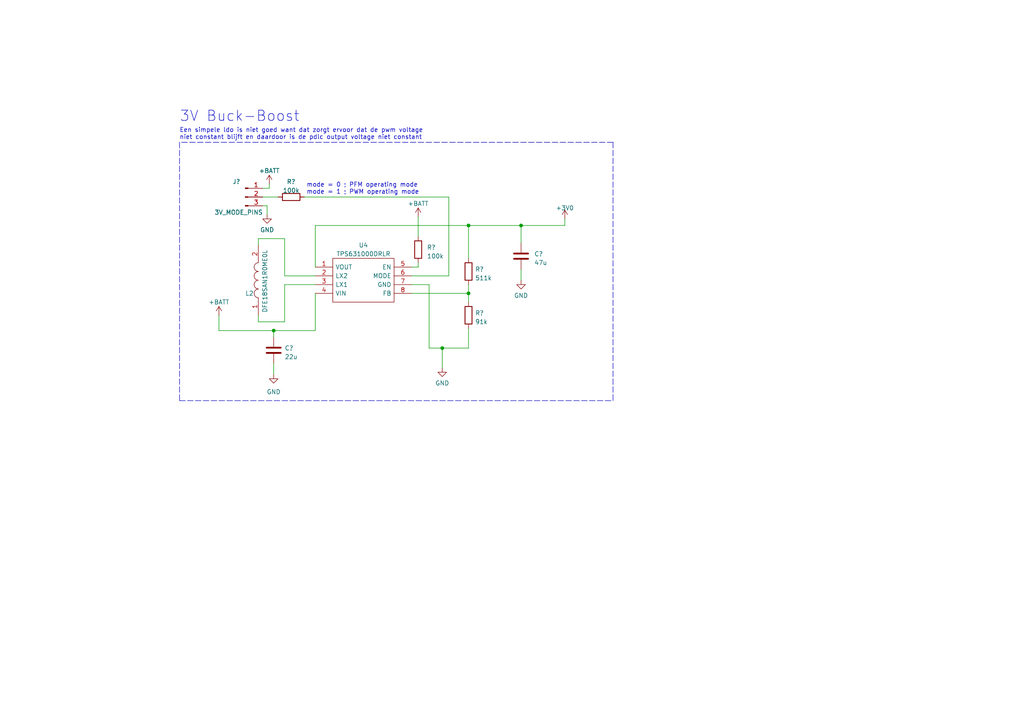
<source format=kicad_sch>
(kicad_sch (version 20230121) (generator eeschema)
  (paper "A4")
  (lib_symbols
    (symbol "Connector:Conn_01x03_Pin" (pin_names (offset 1.016) hide)
      (property "Reference" "J" (at 0 5.08 0))
      (property "Value" "Conn_01x03_Pin" (at 0 -5.08 0))
      (symbol "Conn_01x03_Pin_1_1"
        (polyline (pts (xy 1.27 -2.54) (xy 0.8636 -2.54)) (stroke (width 0.1524)))
        (polyline (pts (xy 1.27 0) (xy 0.8636 0)) (stroke (width 0.1524)))
        (polyline (pts (xy 1.27 2.54) (xy 0.8636 2.54)) (stroke (width 0.1524)))
        (rectangle (start 0.8636 -2.413) (end 0 -2.667) (stroke (width 0.1524)) (fill (type outline)))
        (rectangle (start 0.8636 0.127) (end 0 -0.127) (stroke (width 0.1524)) (fill (type outline)))
        (rectangle (start 0.8636 2.667) (end 0 2.413) (stroke (width 0.1524)) (fill (type outline)))
        (pin passive line (at 5.08 2.54 180) (length 3.81) (name "Pin_1") (number "1"))
        (pin passive line (at 5.08 0 180) (length 3.81) (name "Pin_2") (number "2"))
        (pin passive line (at 5.08 -2.54 180) (length 3.81) (name "Pin_3") (number "3"))
      )
    )
    (symbol "CustomSymbols:DFE18SAN1R0ME0L" (pin_names (offset 0.762))
      (property "Reference" "L" (at 16.51 6.35 0))
      (property "Value" "DFE18SAN1R0ME0L" (at 16.51 3.81 0))
      (symbol "DFE18SAN1R0ME0L_0_0"
        (pin passive line (at 0 0 0) (length 5.08) (name "~") (number "1"))
        (pin passive line (at 20.32 0 180) (length 5.08) (name "~") (number "2"))
      )
      (symbol "DFE18SAN1R0ME0L_0_1"
        (arc (start 7.62 0) (mid 6.35 1.2202) (end 5.08 0) (stroke (width 0.1524)))
        (arc (start 10.16 0) (mid 8.89 1.2202) (end 7.62 0) (stroke (width 0.1524)))
        (arc (start 12.7 0) (mid 11.43 1.2202) (end 10.16 0) (stroke (width 0.1524)))
        (arc (start 15.24 0) (mid 13.97 1.2202) (end 12.7 0) (stroke (width 0.1524)))
      )
    )
    (symbol "CustomSymbols:TPS631000DRLR" (pin_names (offset 0.762))
      (property "Reference" "U" (at 24.13 7.62 0))
      (property "Value" "TPS631000DRLR" (at 24.13 5.08 0))
      (symbol "TPS631000DRLR_0_0"
        (pin passive line (at 0 0 0) (length 5.08) (name "VOUT") (number "1"))
        (pin passive line (at 0 -2.54 0) (length 5.08) (name "LX2") (number "2"))
        (pin passive line (at 0 -5.08 0) (length 5.08) (name "LX1") (number "3"))
        (pin passive line (at 0 -7.62 0) (length 5.08) (name "VIN") (number "4"))
        (pin passive line (at 27.94 0 180) (length 5.08) (name "EN") (number "5"))
        (pin passive line (at 27.94 -2.54 180) (length 5.08) (name "MODE") (number "6"))
        (pin passive line (at 27.94 -5.08 180) (length 5.08) (name "GND") (number "7"))
        (pin passive line (at 27.94 -7.62 180) (length 5.08) (name "FB") (number "8"))
      )
      (symbol "TPS631000DRLR_0_1"
        (polyline (pts (xy 5.08 2.54) (xy 22.86 2.54) (xy 22.86 -10.16) (xy 5.08 -10.16) (xy 5.08 2.54)) (stroke (width 0.1524)))
      )
    )
    (symbol "Device:C" (pin_numbers hide) (pin_names (offset 0.254))
      (property "Reference" "C" (at 0.635 2.54 0))
      (property "Value" "C" (at 0.635 -2.54 0))
      (symbol "C_0_1"
        (polyline (pts (xy -2.032 -0.762) (xy 2.032 -0.762)) (stroke (width 0.508)))
        (polyline (pts (xy -2.032 0.762) (xy 2.032 0.762)) (stroke (width 0.508)))
      )
      (symbol "C_1_1"
        (pin passive line (at 0 3.81 270) (length 2.794) (name "~") (number "1"))
        (pin passive line (at 0 -3.81 90) (length 2.794) (name "~") (number "2"))
      )
    )
    (symbol "Device:R" (pin_numbers hide) (pin_names (offset 0))
      (property "Reference" "R" (at 2.032 0 90))
      (property "Value" "R" (at 0 0 90))
      (symbol "R_0_1"
        (rectangle (start -1.016 -2.54) (end 1.016 2.54) (stroke (width 0.254)))
      )
      (symbol "R_1_1"
        (pin passive line (at 0 3.81 270) (length 1.27) (name "~") (number "1"))
        (pin passive line (at 0 -3.81 90) (length 1.27) (name "~") (number "2"))
      )
    )
    (symbol "power:+3V0" (power) (pin_names (offset 0))
      (property "Value" "+3V0" (at 0 3.556 0))
      (symbol "+3V0_0_1"
        (polyline (pts (xy -0.762 1.27) (xy 0 2.54)))
        (polyline (pts (xy 0 0) (xy 0 2.54)))
        (polyline (pts (xy 0 2.54) (xy 0.762 1.27)))
      )
      (symbol "+3V0_1_1"
        (pin power_in line (at 0 0 90) (length 0) hide (name "+3V0") (number "1"))
      )
    )
    (symbol "power:+BATT" (power) (pin_names (offset 0))
      (property "Value" "+BATT" (at 0 3.556 0))
      (symbol "+BATT_0_1"
        (polyline (pts (xy -0.762 1.27) (xy 0 2.54)))
        (polyline (pts (xy 0 0) (xy 0 2.54)))
        (polyline (pts (xy 0 2.54) (xy 0.762 1.27)))
      )
      (symbol "+BATT_1_1"
        (pin power_in line (at 0 0 90) (length 0) hide (name "+BATT") (number "1"))
      )
    )
    (symbol "power:GND" (power) (pin_names (offset 0))
      (property "Value" "GND" (at 0 -3.81 0))
      (symbol "GND_0_1"
        (polyline (pts (xy 0 0) (xy 0 -1.27) (xy 1.27 -1.27) (xy 0 -2.54) (xy -1.27 -1.27) (xy 0 -1.27)))
      )
      (symbol "GND_1_1"
        (pin power_in line (at 0 0 270) (length 0) hide (name "GND") (number "1"))
      )
    )
  )
  (junction (at 151.13 65.405))
  (junction (at 135.89 85.09))
  (junction (at 128.27 100.965))
  (junction (at 79.375 95.885))
  (junction (at 135.89 65.405))
  (wire (pts (xy 121.285 77.47) (xy 119.38 77.47)))
  (wire (pts (xy 63.5 91.44) (xy 63.5 95.885)))
  (wire (pts (xy 74.93 91.44) (xy 74.93 93.345)))
  (polyline (pts (xy 177.8 41.275) (xy 52.07 41.275)) (stroke (width 0) (type dash)))
  (polyline (pts (xy 52.07 116.205) (xy 177.8 116.205)) (stroke (width 0) (type dash)))
  (wire (pts (xy 119.38 85.09) (xy 135.89 85.09)))
  (wire (pts (xy 82.55 93.345) (xy 74.93 93.345)))
  (wire (pts (xy 124.46 100.965) (xy 128.27 100.965)))
  (wire (pts (xy 76.2 59.69) (xy 77.47 59.69)))
  (polyline (pts (xy 177.8 41.275) (xy 177.8 116.205)) (stroke (width 0) (type dash)))
  (wire (pts (xy 91.44 95.885) (xy 79.375 95.885)))
  (wire (pts (xy 163.83 63.5) (xy 163.83 65.405)))
  (wire (pts (xy 91.44 80.01) (xy 82.55 80.01)))
  (wire (pts (xy 151.13 65.405) (xy 163.83 65.405)))
  (wire (pts (xy 124.46 82.55) (xy 124.46 100.965)))
  (wire (pts (xy 82.55 69.215) (xy 74.93 69.215)))
  (wire (pts (xy 135.89 100.965) (xy 135.89 95.25)))
  (wire (pts (xy 135.89 82.55) (xy 135.89 85.09)))
  (wire (pts (xy 128.27 100.965) (xy 135.89 100.965)))
  (wire (pts (xy 128.27 100.965) (xy 128.27 106.68)))
  (wire (pts (xy 74.93 69.215) (xy 74.93 71.12)))
  (wire (pts (xy 79.375 95.885) (xy 79.375 97.79)))
  (wire (pts (xy 135.89 65.405) (xy 135.89 74.93)))
  (wire (pts (xy 82.55 80.01) (xy 82.55 69.215)))
  (wire (pts (xy 91.44 85.09) (xy 91.44 95.885)))
  (wire (pts (xy 76.2 57.15) (xy 80.645 57.15)))
  (wire (pts (xy 135.89 85.09) (xy 135.89 87.63)))
  (wire (pts (xy 121.285 62.865) (xy 121.285 68.58)))
  (wire (pts (xy 151.13 65.405) (xy 151.13 70.485)))
  (wire (pts (xy 79.375 105.41) (xy 79.375 108.585)))
  (wire (pts (xy 119.38 82.55) (xy 124.46 82.55)))
  (wire (pts (xy 151.13 81.28) (xy 151.13 78.105)))
  (wire (pts (xy 121.285 76.2) (xy 121.285 77.47)))
  (polyline (pts (xy 52.07 41.275) (xy 52.07 116.205)) (stroke (width 0) (type dash)))
  (wire (pts (xy 79.375 95.885) (xy 63.5 95.885)))
  (wire (pts (xy 91.44 65.405) (xy 135.89 65.405)))
  (wire (pts (xy 82.55 82.55) (xy 82.55 93.345)))
  (wire (pts (xy 78.105 53.34) (xy 78.105 54.61)))
  (wire (pts (xy 91.44 82.55) (xy 82.55 82.55)))
  (wire (pts (xy 130.175 80.01) (xy 119.38 80.01)))
  (wire (pts (xy 78.105 54.61) (xy 76.2 54.61)))
  (wire (pts (xy 88.265 57.15) (xy 130.175 57.15)))
  (wire (pts (xy 77.47 59.69) (xy 77.47 62.23)))
  (wire (pts (xy 130.175 57.15) (xy 130.175 80.01)))
  (wire (pts (xy 91.44 65.405) (xy 91.44 77.47)))
  (wire (pts (xy 135.89 65.405) (xy 151.13 65.405)))
  (text "3V Buck-Boost" (at 52.07 35.56 0) (effects (font (size 3 3)) (justify left bottom)))
  (text "Een simpele ldo is niet goed want dat zorgt ervoor dat de pwm voltage \nniet constant blijft en daardoor is de pdlc output voltage niet constant" (at 52.07 40.64 0) (effects (font (size 1.27 1.27)) (justify left bottom)))
  (text "mode = 0 ; PFM operating mode\nmode = 1 ; PWM operating mode" (at 88.9 56.515 0) (effects (font (size 1.27 1.27)) (justify left bottom)))
  (symbol (lib_id "power:GND") (at 79.375 108.585 0) (unit 1)
    (property "Reference" "#PWR?" (effects hide))
    (property "Value" "GND" (at 79.375 113.665 0))
    (instances (project "RookBril" (path "" (reference "#PWR?") (unit 1)) (path "" (reference "#PWR053") (unit 1))))
  )
  (symbol (lib_id "Connector:Conn_01x03_Pin") (at 71.12 57.15 0) (unit 1)
    (property "Reference" "J?" (at 68.58 52.705 0))
    (property "Value" "3V_MODE_PINS" (at 69.215 61.595 0))
    (property "Footprint" "Connector_PinHeader_2.54mm:PinHeader_1x03_P2.54mm_Vertical" (effects hide))
    (instances (project "RookBril" (path "" (reference "J?") (unit 1)) (path "" (reference "J13") (unit 1))))
  )
  (symbol (lib_id "power:+BATT") (at 63.5 91.44 0) (unit 1)
    (property "Reference" "#PWR?" (effects hide))
    (property "Value" "+BATT" (at 63.5 87.63 0))
    (instances (project "RookBril" (path "" (reference "#PWR?") (unit 1)) (path "" (reference "#PWR051") (unit 1))))
  )
  (symbol (lib_id "Device:R") (at 84.455 57.15 90) (unit 1)
    (property "Reference" "R?" (at 84.455 52.705 90))
    (property "Value" "100k" (at 84.455 55.245 90))
    (property "Footprint" "Resistor_SMD:R_0805_2012Metric_Pad1.20x1.40mm_HandSolder" (effects hide))
    (instances (project "RookBril" (path "" (reference "R?") (unit 1)) (path "" (reference "R14") (unit 1))))
  )
  (symbol (lib_id "power:+BATT") (at 121.285 62.865 0) (unit 1)
    (property "Reference" "#PWR?" (effects hide))
    (property "Value" "+BATT" (at 121.285 59.055 0))
    (instances (project "RookBril" (path "" (reference "#PWR?") (unit 1)) (path "" (reference "#PWR048") (unit 1))))
  )
  (symbol (lib_id "CustomSymbols:DFE18SAN1R0ME0L") (at 74.93 91.44 90) (unit 1)
    (property "Reference" "L2" (at 71.12 85.09 90) (effects (justify right)))
    (property "Value" "DFE18SAN1R0ME0L" (at 76.835 72.39 0) (effects (justify right)))
    (property "Footprint" "Components:DFE18SAN1R0ME0L" (effects hide))
    (property "Datasheet" "https://psearch.en.murata.com/inductor/product/DFE18SAN1R0ME0%23.html" (effects hide))
    (property "Description" "DFE18SAN_E0 Series Inductor 1.0uH +/-20% 0603 (1608)" (effects hide))
    (property "Height" "0.8" (effects hide))
    (property "Mouser Part Number" "81-DFE18SAN1R0ME0L" (effects hide))
    (property "Mouser Price/Stock" "https://www.mouser.co.uk/ProductDetail/Murata-Electronics/DFE18SAN1R0ME0L?qs=EU6FO9ffTwck48dWJnAHBQ%3D%3D" (effects hide))
    (property "Manufacturer_Name" "Murata Electronics" (effects hide))
    (property "Manufacturer_Part_Number" "DFE18SAN1R0ME0L" (effects hide))
  )
  (symbol (lib_id "power:+BATT") (at 78.105 53.34 0) (unit 1)
    (property "Reference" "#PWR?" (effects hide))
    (property "Value" "+BATT" (at 78.105 49.53 0))
    (instances (project "RookBril" (path "" (reference "#PWR?") (unit 1)) (path "" (reference "#PWR046") (unit 1))))
  )
  (symbol (lib_id "power:+3V0") (at 163.83 63.5 0) (unit 1)
    (property "Reference" "#PWR?" (effects hide))
    (property "Value" "+3V0" (at 163.83 60.325 0))
    (instances (project "RookBril" (path "" (reference "#PWR?") (unit 1)) (path "" (reference "#PWR049") (unit 1))))
  )
  (symbol (lib_id "power:GND") (at 128.27 106.68 0) (unit 1)
    (property "Reference" "#PWR?" (effects hide))
    (property "Value" "GND" (at 128.27 111.125 0))
    (instances (project "RookBril" (path "" (reference "#PWR?") (unit 1)) (path "" (reference "#PWR052") (unit 1))))
  )
  (symbol (lib_id "Device:R") (at 135.89 91.44 0) (unit 1)
    (property "Reference" "R?" (at 137.795 90.805 0) (effects (justify left)))
    (property "Value" "91k" (at 137.795 93.345 0) (effects (justify left)))
    (property "Footprint" "Resistor_SMD:R_0805_2012Metric_Pad1.20x1.40mm_HandSolder" (effects hide))
    (instances (project "RookBril" (path "" (reference "R?") (unit 1)) (path "" (reference "R17") (unit 1))))
  )
  (symbol (lib_id "power:GND") (at 151.13 81.28 0) (unit 1)
    (property "Reference" "#PWR?" (effects hide))
    (property "Value" "GND" (at 151.13 85.725 0))
    (instances (project "RookBril" (path "" (reference "#PWR?") (unit 1)) (path "" (reference "#PWR050") (unit 1))))
  )
  (symbol (lib_id "power:GND") (at 77.47 62.23 0) (mirror y) (unit 1)
    (property "Reference" "#PWR?" (effects hide))
    (property "Value" "GND" (at 77.47 66.675 0))
    (instances (project "RookBril" (path "" (reference "#PWR?") (unit 1)) (path "" (reference "#PWR047") (unit 1))))
  )
  (symbol (lib_id "Device:R") (at 135.89 78.74 0) (unit 1)
    (property "Reference" "R?" (at 137.795 78.105 0) (effects (justify left)))
    (property "Value" "511k" (at 137.795 80.645 0) (effects (justify left)))
    (property "Footprint" "Resistor_SMD:R_0805_2012Metric_Pad1.20x1.40mm_HandSolder" (effects hide))
    (instances (project "RookBril" (path "" (reference "R?") (unit 1)) (path "" (reference "R16") (unit 1))))
  )
  (symbol (lib_id "Device:R") (at 121.285 72.39 180) (unit 1)
    (property "Reference" "R?" (at 123.825 71.755 0) (effects (justify right)))
    (property "Value" "100k" (at 123.825 74.295 0) (effects (justify right)))
    (property "Footprint" "Resistor_SMD:R_0805_2012Metric_Pad1.20x1.40mm_HandSolder" (effects hide))
    (instances (project "RookBril" (path "" (reference "R?") (unit 1)) (path "" (reference "R15") (unit 1))))
  )
  (symbol (lib_id "CustomSymbols:TPS631000DRLR") (at 91.44 77.47 0) (unit 1)
    (property "Reference" "U4" (at 105.41 71.12 0))
    (property "Value" "TPS631000DRLR" (at 105.41 73.66 0))
    (property "Footprint" "Components:SOTFL50P160X60-8N" (effects hide))
    (property "Datasheet" "https://www.ti.com/lit/ds/symlink/tps631000.pdf?ts=1652152702265" (effects hide))
    (property "Description" "Switching Voltage Regulators 1.5-A output current, high power density buck-boost converter" (effects hide))
    (property "Height" "0.6" (effects hide))
    (property "Mouser Part Number" "595-TPS631000DRLR" (effects hide))
    (property "Mouser Price/Stock" "https://www.mouser.co.uk/ProductDetail/Texas-Instruments/TPS631000DRLR?qs=rSMjJ%252B1ewcRYwoN2deTeNA%3D%3D" (effects hide))
    (property "Manufacturer_Name" "Texas Instruments" (effects hide))
    (property "Manufacturer_Part_Number" "TPS631000DRLR" (effects hide))
  )
  (symbol (lib_id "Device:C") (at 79.375 101.6 0) (unit 1)
    (property "Reference" "C?" (at 82.55 100.965 0) (effects (justify left)))
    (property "Value" "22u" (at 82.55 103.505 0) (effects (justify left)))
    (property "Footprint" "Capacitor_SMD:C_0805_2012Metric_Pad1.18x1.45mm_HandSolder" (effects hide))
    (instances (project "RookBril" (path "" (reference "C?") (unit 1)) (path "" (reference "C23") (unit 1))))
  )
  (symbol (lib_id "Device:C") (at 151.13 74.295 0) (unit 1)
    (property "Reference" "C?" (at 154.94 73.66 0) (effects (justify left)))
    (property "Value" "47u" (at 154.94 76.2 0) (effects (justify left)))
    (property "Footprint" "Capacitor_SMD:C_0805_2012Metric_Pad1.18x1.45mm_HandSolder" (effects hide))
    (instances (project "RookBril" (path "" (reference "C?") (unit 1)) (path "" (reference "C22") (unit 1))))
  )
)
</source>
